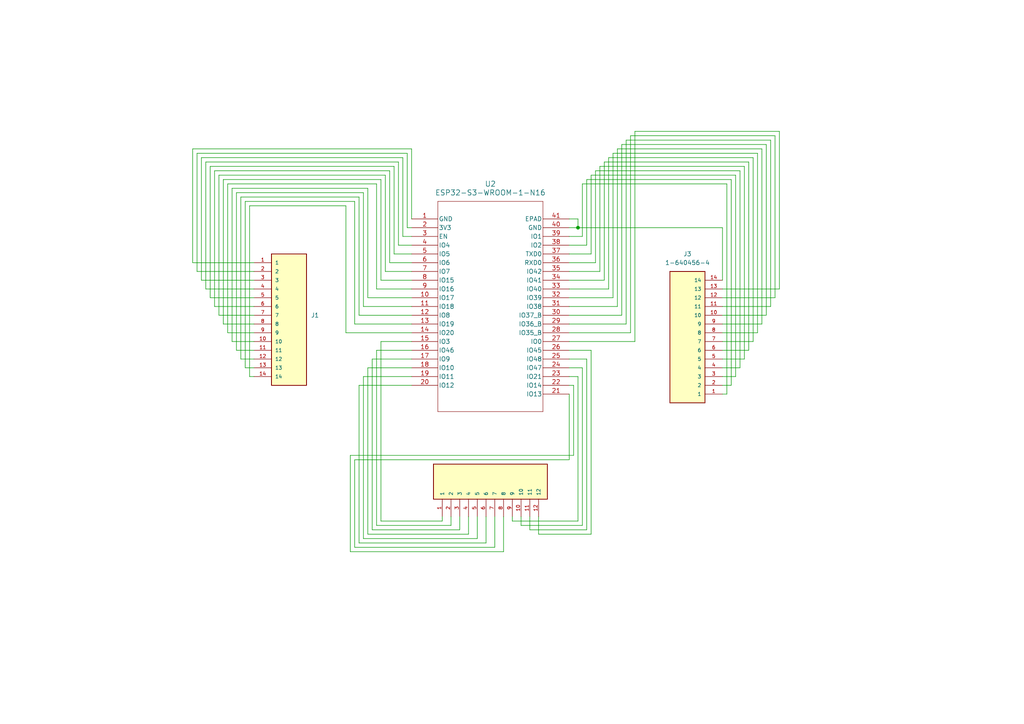
<source format=kicad_sch>
(kicad_sch (version 20231120) (generator "eeschema") (generator_version "8.0")
  (paper "A4")
  (lib_symbols
    (symbol "Connector Header Through Hole 12 position 0.100 (2.54mm):1-640456-2" (pin_names (offset 1.016))
      (property "Reference" "J" (at -5.58 17.78 0))
      (property "Value" "1-640456-2" (at -5.08 -17.78 0))
      (symbol "1-640456-2_0_0"
        (rectangle (start -5.08 -15.24) (end 5.08 17.78) (stroke (width 0.254)) (fill (type background)))
        (pin passive line (at -10.16 15.24 0) (length 5.08) (name "1") (number "1"))
        (pin passive line (at -10.16 -7.62 0) (length 5.08) (name "10") (number "10"))
        (pin passive line (at -10.16 -10.16 0) (length 5.08) (name "11") (number "11"))
        (pin passive line (at -10.16 -12.7 0) (length 5.08) (name "12") (number "12"))
        (pin passive line (at -10.16 12.7 0) (length 5.08) (name "2") (number "2"))
        (pin passive line (at -10.16 10.16 0) (length 5.08) (name "3") (number "3"))
        (pin passive line (at -10.16 7.62 0) (length 5.08) (name "4") (number "4"))
        (pin passive line (at -10.16 5.08 0) (length 5.08) (name "5") (number "5"))
        (pin passive line (at -10.16 2.54 0) (length 5.08) (name "6") (number "6"))
        (pin passive line (at -10.16 0 0) (length 5.08) (name "7") (number "7"))
        (pin passive line (at -10.16 -2.54 0) (length 5.08) (name "8") (number "8"))
        (pin passive line (at -10.16 -5.08 0) (length 5.08) (name "9") (number "9"))
      )
    )
    (symbol "Connector Header Through Hole 14 position 0.100 (2.54mm):1-640456-4" (pin_names (offset 1.016))
      (property "Reference" "J" (at -5.58 20.32 0))
      (property "Value" "1-640456-4" (at -5.08 -20.32 0))
      (symbol "1-640456-4_0_0"
        (rectangle (start -5.08 -17.78) (end 5.08 20.32) (stroke (width 0.254)) (fill (type background)))
        (pin passive line (at -10.16 17.78 0) (length 5.08) (name "1") (number "1"))
        (pin passive line (at -10.16 -5.08 0) (length 5.08) (name "10") (number "10"))
        (pin passive line (at -10.16 -7.62 0) (length 5.08) (name "11") (number "11"))
        (pin passive line (at -10.16 -10.16 0) (length 5.08) (name "12") (number "12"))
        (pin passive line (at -10.16 -12.7 0) (length 5.08) (name "13") (number "13"))
        (pin passive line (at -10.16 -15.24 0) (length 5.08) (name "14") (number "14"))
        (pin passive line (at -10.16 15.24 0) (length 5.08) (name "2") (number "2"))
        (pin passive line (at -10.16 12.7 0) (length 5.08) (name "3") (number "3"))
        (pin passive line (at -10.16 10.16 0) (length 5.08) (name "4") (number "4"))
        (pin passive line (at -10.16 7.62 0) (length 5.08) (name "5") (number "5"))
        (pin passive line (at -10.16 5.08 0) (length 5.08) (name "6") (number "6"))
        (pin passive line (at -10.16 2.54 0) (length 5.08) (name "7") (number "7"))
        (pin passive line (at -10.16 0 0) (length 5.08) (name "8") (number "8"))
        (pin passive line (at -10.16 -2.54 0) (length 5.08) (name "9") (number "9"))
      )
    )
    (symbol "ESP32-S3-WROOM-1_EXP:ESP32-S3-WROOM-1-N16" (pin_names (offset 0.254))
      (property "Reference" "U" (at 22.86 10.16 0))
      (property "Value" "ESP32-S3-WROOM-1-N16" (at 22.86 7.62 0))
      (symbol "ESP32-S3-WROOM-1-N16_0_1"
        (polyline (pts (xy 7.62 -55.88) (xy 38.1 -55.88)) (stroke (width 0.127)))
        (polyline (pts (xy 7.62 5.08) (xy 7.62 -55.88)) (stroke (width 0.127)))
        (polyline (pts (xy 38.1 -55.88) (xy 38.1 5.08)) (stroke (width 0.127)))
        (polyline (pts (xy 38.1 5.08) (xy 7.62 5.08)) (stroke (width 0.127)))
        (pin power_out line (at 0 0 0) (length 7.62) (name "GND") (number "1"))
        (pin bidirectional line (at 0 -22.86 0) (length 7.62) (name "IO17") (number "10"))
        (pin bidirectional line (at 0 -25.4 0) (length 7.62) (name "IO18") (number "11"))
        (pin bidirectional line (at 0 -27.94 0) (length 7.62) (name "IO8") (number "12"))
        (pin bidirectional line (at 0 -30.48 0) (length 7.62) (name "IO19") (number "13"))
        (pin bidirectional line (at 0 -33.02 0) (length 7.62) (name "IO20") (number "14"))
        (pin bidirectional line (at 0 -35.56 0) (length 7.62) (name "IO3") (number "15"))
        (pin bidirectional line (at 0 -38.1 0) (length 7.62) (name "IO46") (number "16"))
        (pin bidirectional line (at 0 -40.64 0) (length 7.62) (name "IO9") (number "17"))
        (pin bidirectional line (at 0 -43.18 0) (length 7.62) (name "IO10") (number "18"))
        (pin bidirectional line (at 0 -45.72 0) (length 7.62) (name "IO11") (number "19"))
        (pin power_in line (at 0 -2.54 0) (length 7.62) (name "3V3") (number "2"))
        (pin bidirectional line (at 0 -48.26 0) (length 7.62) (name "IO12") (number "20"))
        (pin bidirectional line (at 45.72 -50.8 180) (length 7.62) (name "IO13") (number "21"))
        (pin bidirectional line (at 45.72 -48.26 180) (length 7.62) (name "IO14") (number "22"))
        (pin bidirectional line (at 45.72 -45.72 180) (length 7.62) (name "IO21") (number "23"))
        (pin bidirectional line (at 45.72 -43.18 180) (length 7.62) (name "IO47") (number "24"))
        (pin bidirectional line (at 45.72 -40.64 180) (length 7.62) (name "IO48") (number "25"))
        (pin bidirectional line (at 45.72 -38.1 180) (length 7.62) (name "IO45") (number "26"))
        (pin bidirectional line (at 45.72 -35.56 180) (length 7.62) (name "IO0") (number "27"))
        (pin bidirectional line (at 45.72 -33.02 180) (length 7.62) (name "IO35_B") (number "28"))
        (pin bidirectional line (at 45.72 -30.48 180) (length 7.62) (name "IO36_B") (number "29"))
        (pin input line (at 0 -5.08 0) (length 7.62) (name "EN") (number "3"))
        (pin bidirectional line (at 45.72 -27.94 180) (length 7.62) (name "IO37_B") (number "30"))
        (pin bidirectional line (at 45.72 -25.4 180) (length 7.62) (name "IO38") (number "31"))
        (pin bidirectional line (at 45.72 -22.86 180) (length 7.62) (name "IO39") (number "32"))
        (pin bidirectional line (at 45.72 -20.32 180) (length 7.62) (name "IO40") (number "33"))
        (pin bidirectional line (at 45.72 -17.78 180) (length 7.62) (name "IO41") (number "34"))
        (pin bidirectional line (at 45.72 -15.24 180) (length 7.62) (name "IO42") (number "35"))
        (pin bidirectional line (at 45.72 -12.7 180) (length 7.62) (name "RXD0") (number "36"))
        (pin bidirectional line (at 45.72 -10.16 180) (length 7.62) (name "TXD0") (number "37"))
        (pin bidirectional line (at 45.72 -7.62 180) (length 7.62) (name "IO2") (number "38"))
        (pin bidirectional line (at 45.72 -5.08 180) (length 7.62) (name "IO1") (number "39"))
        (pin bidirectional line (at 0 -7.62 0) (length 7.62) (name "IO4") (number "4"))
        (pin power_out line (at 45.72 -2.54 180) (length 7.62) (name "GND") (number "40"))
        (pin power_out line (at 45.72 0 180) (length 7.62) (name "EPAD") (number "41"))
        (pin bidirectional line (at 0 -10.16 0) (length 7.62) (name "IO5") (number "5"))
        (pin bidirectional line (at 0 -12.7 0) (length 7.62) (name "IO6") (number "6"))
        (pin bidirectional line (at 0 -15.24 0) (length 7.62) (name "IO7") (number "7"))
        (pin bidirectional line (at 0 -17.78 0) (length 7.62) (name "IO15") (number "8"))
        (pin bidirectional line (at 0 -20.32 0) (length 7.62) (name "IO16") (number "9"))
      )
    )
  )
  (junction (at 167.64 66.04))
  (wire (pts (xy 170.18 52.07) (xy 170.18 71.12)))
  (wire (pts (xy 60.96 48.26) (xy 60.96 86.36)))
  (wire (pts (xy 118.11 44.45) (xy 118.11 66.04)))
  (wire (pts (xy 119.38 104.14) (xy 107.95 104.14)))
  (wire (pts (xy 182.88 39.37) (xy 182.88 96.52)))
  (wire (pts (xy 217.17 101.6) (xy 209.55 101.6)))
  (wire (pts (xy 168.91 53.34) (xy 168.91 68.58)))
  (wire (pts (xy 55.88 43.18) (xy 55.88 76.2)))
  (wire (pts (xy 224.79 39.37) (xy 224.79 86.36)))
  (wire (pts (xy 68.58 55.88) (xy 68.58 101.6)))
  (wire (pts (xy 104.14 57.15) (xy 69.85 57.15)))
  (wire (pts (xy 68.58 55.88) (xy 105.41 55.88)))
  (wire (pts (xy 113.03 49.53) (xy 113.03 76.2)))
  (wire (pts (xy 212.09 111.76) (xy 209.55 111.76)))
  (wire (pts (xy 222.25 41.91) (xy 222.25 91.44)))
  (wire (pts (xy 69.85 104.14) (xy 73.66 104.14)))
  (wire (pts (xy 170.18 153.67) (xy 170.18 104.14)))
  (wire (pts (xy 138.43 149.86) (xy 138.43 156.21)))
  (wire (pts (xy 63.5 91.44) (xy 73.66 91.44)))
  (wire (pts (xy 177.8 86.36) (xy 177.8 44.45)))
  (wire (pts (xy 214.63 106.68) (xy 209.55 106.68)))
  (wire (pts (xy 119.38 68.58) (xy 116.84 68.58)))
  (wire (pts (xy 62.23 49.53) (xy 113.03 49.53)))
  (wire (pts (xy 110.49 52.07) (xy 110.49 81.28)))
  (wire (pts (xy 210.82 114.3) (xy 209.55 114.3)))
  (wire (pts (xy 107.95 153.67) (xy 133.35 153.67)))
  (wire (pts (xy 111.76 50.8) (xy 63.5 50.8)))
  (wire (pts (xy 119.38 111.76) (xy 104.14 111.76)))
  (wire (pts (xy 105.41 109.22) (xy 105.41 156.21)))
  (wire (pts (xy 105.41 88.9) (xy 119.38 88.9)))
  (wire (pts (xy 219.71 96.52) (xy 209.55 96.52)))
  (wire (pts (xy 57.15 44.45) (xy 118.11 44.45)))
  (wire (pts (xy 218.44 45.72) (xy 218.44 99.06)))
  (wire (pts (xy 107.95 104.14) (xy 107.95 153.67)))
  (wire (pts (xy 165.1 73.66) (xy 171.45 73.66)))
  (wire (pts (xy 167.64 151.13) (xy 167.64 109.22)))
  (wire (pts (xy 224.79 86.36) (xy 209.55 86.36)))
  (wire (pts (xy 110.49 99.06) (xy 110.49 151.13)))
  (wire (pts (xy 153.67 153.67) (xy 170.18 153.67)))
  (wire (pts (xy 104.14 111.76) (xy 104.14 157.48)))
  (wire (pts (xy 71.12 106.68) (xy 73.66 106.68)))
  (wire (pts (xy 62.23 49.53) (xy 62.23 88.9)))
  (wire (pts (xy 69.85 57.15) (xy 69.85 104.14)))
  (wire (pts (xy 209.55 104.14) (xy 215.9 104.14)))
  (wire (pts (xy 223.52 88.9) (xy 209.55 88.9)))
  (wire (pts (xy 219.71 44.45) (xy 219.71 96.52)))
  (wire (pts (xy 59.69 83.82) (xy 73.66 83.82)))
  (wire (pts (xy 102.87 133.35) (xy 102.87 158.75)))
  (wire (pts (xy 119.38 43.18) (xy 55.88 43.18)))
  (wire (pts (xy 166.37 111.76) (xy 166.37 132.08)))
  (wire (pts (xy 176.53 45.72) (xy 176.53 83.82)))
  (wire (pts (xy 64.77 93.98) (xy 73.66 93.98)))
  (wire (pts (xy 151.13 152.4) (xy 151.13 149.86)))
  (wire (pts (xy 135.89 149.86) (xy 135.89 154.94)))
  (wire (pts (xy 106.68 54.61) (xy 67.31 54.61)))
  (wire (pts (xy 210.82 53.34) (xy 168.91 53.34)))
  (wire (pts (xy 109.22 53.34) (xy 109.22 83.82)))
  (wire (pts (xy 167.64 66.04) (xy 209.55 66.04)))
  (wire (pts (xy 222.25 91.44) (xy 209.55 91.44)))
  (wire (pts (xy 184.15 99.06) (xy 184.15 38.1)))
  (wire (pts (xy 119.38 73.66) (xy 114.3 73.66)))
  (wire (pts (xy 181.61 40.64) (xy 181.61 93.98)))
  (wire (pts (xy 58.42 45.72) (xy 58.42 81.28)))
  (wire (pts (xy 165.1 86.36) (xy 177.8 86.36)))
  (wire (pts (xy 140.97 157.48) (xy 140.97 149.86)))
  (wire (pts (xy 102.87 58.42) (xy 102.87 93.98)))
  (wire (pts (xy 165.1 76.2) (xy 172.72 76.2)))
  (wire (pts (xy 63.5 50.8) (xy 63.5 91.44)))
  (wire (pts (xy 167.64 63.5) (xy 167.64 66.04)))
  (wire (pts (xy 171.45 101.6) (xy 165.1 101.6)))
  (wire (pts (xy 55.88 76.2) (xy 73.66 76.2)))
  (wire (pts (xy 71.12 58.42) (xy 102.87 58.42)))
  (wire (pts (xy 165.1 78.74) (xy 173.99 78.74)))
  (wire (pts (xy 217.17 46.99) (xy 175.26 46.99)))
  (wire (pts (xy 68.58 101.6) (xy 73.66 101.6)))
  (wire (pts (xy 119.38 63.5) (xy 119.38 43.18)))
  (wire (pts (xy 106.68 154.94) (xy 135.89 154.94)))
  (wire (pts (xy 175.26 46.99) (xy 175.26 81.28)))
  (wire (pts (xy 170.18 71.12) (xy 165.1 71.12)))
  (wire (pts (xy 113.03 76.2) (xy 119.38 76.2)))
  (wire (pts (xy 172.72 49.53) (xy 172.72 76.2)))
  (wire (pts (xy 173.99 78.74) (xy 173.99 48.26)))
  (wire (pts (xy 168.91 106.68) (xy 165.1 106.68)))
  (wire (pts (xy 184.15 38.1) (xy 226.06 38.1)))
  (wire (pts (xy 72.39 59.69) (xy 72.39 109.22)))
  (wire (pts (xy 220.98 43.18) (xy 179.07 43.18)))
  (wire (pts (xy 214.63 49.53) (xy 172.72 49.53)))
  (wire (pts (xy 110.49 151.13) (xy 128.27 151.13)))
  (wire (pts (xy 102.87 158.75) (xy 143.51 158.75)))
  (wire (pts (xy 168.91 68.58) (xy 165.1 68.58)))
  (wire (pts (xy 167.64 109.22) (xy 165.1 109.22)))
  (wire (pts (xy 165.1 111.76) (xy 166.37 111.76)))
  (wire (pts (xy 64.77 52.07) (xy 110.49 52.07)))
  (wire (pts (xy 119.38 86.36) (xy 106.68 86.36)))
  (wire (pts (xy 59.69 46.99) (xy 59.69 83.82)))
  (wire (pts (xy 218.44 99.06) (xy 209.55 99.06)))
  (wire (pts (xy 67.31 54.61) (xy 67.31 99.06)))
  (wire (pts (xy 119.38 78.74) (xy 111.76 78.74)))
  (wire (pts (xy 215.9 104.14) (xy 215.9 48.26)))
  (wire (pts (xy 106.68 106.68) (xy 106.68 154.94)))
  (wire (pts (xy 72.39 109.22) (xy 73.66 109.22)))
  (wire (pts (xy 101.6 160.02) (xy 146.05 160.02)))
  (wire (pts (xy 214.63 49.53) (xy 214.63 106.68)))
  (wire (pts (xy 106.68 86.36) (xy 106.68 54.61)))
  (wire (pts (xy 151.13 152.4) (xy 168.91 152.4)))
  (wire (pts (xy 109.22 101.6) (xy 109.22 152.4)))
  (wire (pts (xy 57.15 44.45) (xy 57.15 78.74)))
  (wire (pts (xy 180.34 41.91) (xy 222.25 41.91)))
  (wire (pts (xy 224.79 39.37) (xy 182.88 39.37)))
  (wire (pts (xy 218.44 45.72) (xy 176.53 45.72)))
  (wire (pts (xy 220.98 93.98) (xy 209.55 93.98)))
  (wire (pts (xy 58.42 81.28) (xy 73.66 81.28)))
  (wire (pts (xy 210.82 53.34) (xy 210.82 114.3)))
  (wire (pts (xy 209.55 83.82) (xy 226.06 83.82)))
  (wire (pts (xy 104.14 157.48) (xy 140.97 157.48)))
  (wire (pts (xy 105.41 55.88) (xy 105.41 88.9)))
  (wire (pts (xy 177.8 44.45) (xy 219.71 44.45)))
  (wire (pts (xy 119.38 99.06) (xy 110.49 99.06)))
  (wire (pts (xy 165.1 99.06) (xy 184.15 99.06)))
  (wire (pts (xy 119.38 101.6) (xy 109.22 101.6)))
  (wire (pts (xy 165.1 63.5) (xy 167.64 63.5)))
  (wire (pts (xy 165.1 91.44) (xy 180.34 91.44)))
  (wire (pts (xy 110.49 81.28) (xy 119.38 81.28)))
  (wire (pts (xy 114.3 73.66) (xy 114.3 48.26)))
  (wire (pts (xy 66.04 53.34) (xy 66.04 96.52)))
  (wire (pts (xy 133.35 153.67) (xy 133.35 149.86)))
  (wire (pts (xy 171.45 50.8) (xy 213.36 50.8)))
  (wire (pts (xy 165.1 66.04) (xy 167.64 66.04)))
  (wire (pts (xy 101.6 132.08) (xy 101.6 160.02)))
  (wire (pts (xy 223.52 40.64) (xy 181.61 40.64)))
  (wire (pts (xy 148.59 151.13) (xy 148.59 149.86)))
  (wire (pts (xy 217.17 46.99) (xy 217.17 101.6)))
  (wire (pts (xy 119.38 91.44) (xy 104.14 91.44)))
  (wire (pts (xy 119.38 109.22) (xy 105.41 109.22)))
  (wire (pts (xy 102.87 93.98) (xy 119.38 93.98)))
  (wire (pts (xy 60.96 48.26) (xy 114.3 48.26)))
  (wire (pts (xy 220.98 43.18) (xy 220.98 93.98)))
  (wire (pts (xy 71.12 58.42) (xy 71.12 106.68)))
  (wire (pts (xy 111.76 78.74) (xy 111.76 50.8)))
  (wire (pts (xy 109.22 152.4) (xy 130.81 152.4)))
  (wire (pts (xy 209.55 109.22) (xy 213.36 109.22)))
  (wire (pts (xy 156.21 154.94) (xy 171.45 154.94)))
  (wire (pts (xy 171.45 154.94) (xy 171.45 101.6)))
  (wire (pts (xy 171.45 73.66) (xy 171.45 50.8)))
  (wire (pts (xy 226.06 83.82) (xy 226.06 38.1)))
  (wire (pts (xy 115.57 46.99) (xy 115.57 71.12)))
  (wire (pts (xy 118.11 66.04) (xy 119.38 66.04)))
  (wire (pts (xy 146.05 160.02) (xy 146.05 149.86)))
  (wire (pts (xy 166.37 132.08) (xy 101.6 132.08)))
  (wire (pts (xy 209.55 66.04) (xy 209.55 81.28)))
  (wire (pts (xy 60.96 86.36) (xy 73.66 86.36)))
  (wire (pts (xy 212.09 52.07) (xy 212.09 111.76)))
  (wire (pts (xy 119.38 96.52) (xy 100.33 96.52)))
  (wire (pts (xy 62.23 88.9) (xy 73.66 88.9)))
  (wire (pts (xy 130.81 152.4) (xy 130.81 149.86)))
  (wire (pts (xy 116.84 68.58) (xy 116.84 45.72)))
  (wire (pts (xy 115.57 71.12) (xy 119.38 71.12)))
  (wire (pts (xy 119.38 106.68) (xy 106.68 106.68)))
  (wire (pts (xy 104.14 91.44) (xy 104.14 57.15)))
  (wire (pts (xy 223.52 40.64) (xy 223.52 88.9)))
  (wire (pts (xy 170.18 104.14) (xy 165.1 104.14)))
  (wire (pts (xy 213.36 109.22) (xy 213.36 50.8)))
  (wire (pts (xy 109.22 53.34) (xy 66.04 53.34)))
  (wire (pts (xy 212.09 52.07) (xy 170.18 52.07)))
  (wire (pts (xy 116.84 45.72) (xy 58.42 45.72)))
  (wire (pts (xy 153.67 153.67) (xy 153.67 149.86)))
  (wire (pts (xy 148.59 151.13) (xy 167.64 151.13)))
  (wire (pts (xy 100.33 96.52) (xy 100.33 59.69)))
  (wire (pts (xy 165.1 114.3) (xy 165.1 133.35)))
  (wire (pts (xy 105.41 156.21) (xy 138.43 156.21)))
  (wire (pts (xy 176.53 83.82) (xy 165.1 83.82)))
  (wire (pts (xy 175.26 81.28) (xy 165.1 81.28)))
  (wire (pts (xy 165.1 133.35) (xy 102.87 133.35)))
  (wire (pts (xy 128.27 151.13) (xy 128.27 149.86)))
  (wire (pts (xy 173.99 48.26) (xy 215.9 48.26)))
  (wire (pts (xy 180.34 91.44) (xy 180.34 41.91)))
  (wire (pts (xy 66.04 96.52) (xy 73.66 96.52)))
  (wire (pts (xy 181.61 93.98) (xy 165.1 93.98)))
  (wire (pts (xy 57.15 78.74) (xy 73.66 78.74)))
  (wire (pts (xy 64.77 52.07) (xy 64.77 93.98)))
  (wire (pts (xy 179.07 43.18) (xy 179.07 88.9)))
  (wire (pts (xy 100.33 59.69) (xy 72.39 59.69)))
  (wire (pts (xy 109.22 83.82) (xy 119.38 83.82)))
  (wire (pts (xy 143.51 158.75) (xy 143.51 149.86)))
  (wire (pts (xy 59.69 46.99) (xy 115.57 46.99)))
  (wire (pts (xy 156.21 154.94) (xy 156.21 149.86)))
  (wire (pts (xy 168.91 152.4) (xy 168.91 106.68)))
  (wire (pts (xy 67.31 99.06) (xy 73.66 99.06)))
  (wire (pts (xy 179.07 88.9) (xy 165.1 88.9)))
  (wire (pts (xy 182.88 96.52) (xy 165.1 96.52)))
  (symbol (lib_id "Connector Header Through Hole 14 position 0.100 (2.54mm):1-640456-4") (at 199.39 96.52 180) (unit 1)
    (property "Reference" "J3" (at 199.39 73.66 0))
    (property "Value" "1-640456-4" (at 199.39 76.2 0))
    (property "Footprint" "Connector Header Through Hole 14 position 0.100 (2.54mm):Connector Header Through Hole 14 position 0.100 (2.54mm)" (effects (hide yes)))
    (property "PARTREV" "R" (effects (hide yes)))
    (property "STANDARD" "Manufacturer Recommendations" (effects (hide yes)))
    (property "MANUFACTURER" "TE" (effects (hide yes)))
  )
  (symbol (lib_id "Connector Header Through Hole 12 position 0.100 (2.54mm):1-640456-2") (at 143.51 139.7 90) (unit 1)
    (property "Reference" "J2" (effects (hide yes)))
    (property "Value" "1-640456-2" (effects (hide yes)))
    (property "Footprint" "Connector Header Through Hole 12 position 0.100 (2.54mm):Connector Header Through Hole 12 position 0.100 (2.54mm)" (effects (hide yes)))
    (property "PARTREV" "R" (effects (hide yes)))
    (property "STANDARD" "Manufacturer Recommendations" (effects (hide yes)))
    (property "MANUFACTURER" "TE" (effects (hide yes)))
  )
  (symbol (lib_id "ESP32-S3-WROOM-1_EXP:ESP32-S3-WROOM-1-N16") (at 119.38 63.5 0) (unit 1)
    (property "Reference" "U2" (at 142.24 53.34 0) (effects (font (size 1.524 1.524))))
    (property "Value" "ESP32-S3-WROOM-1-N16" (at 142.24 55.88 0) (effects (font (size 1.524 1.524))))
    (property "Footprint" "ESP32-S3-WROOM-1_EXP:ESP32-S3-WROOM-1_EXP" (effects (hide yes)))
    (property "Datasheet" "ESP32-S3-WROOM-1-N16" (effects (hide yes)))
  )
  (symbol (lib_id "Connector Header Through Hole 14 position 0.100 (2.54mm):1-640456-4") (at 83.82 93.98 0) (unit 1)
    (property "Reference" "J1" (at 90.17 91.4399 0) (effects (justify left)))
    (property "Value" "1-640456-4" (effects (hide yes)))
    (property "Footprint" "Connector Header Through Hole 14 position 0.100 (2.54mm):Connector Header Through Hole 14 position 0.100 (2.54mm)" (effects (hide yes)))
    (property "PARTREV" "R" (effects (hide yes)))
    (property "STANDARD" "Manufacturer Recommendations" (effects (hide yes)))
    (property "MANUFACTURER" "TE" (effects (hide yes)))
  )
)
</source>
